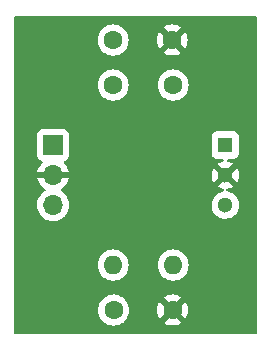
<source format=gbl>
%TF.GenerationSoftware,KiCad,Pcbnew,(6.0.6)*%
%TF.CreationDate,2022-06-23T13:21:08-07:00*%
%TF.ProjectId,A1301EUA-T_HallEffectBoard,41313330-3145-4554-912d-545f48616c6c,rev?*%
%TF.SameCoordinates,Original*%
%TF.FileFunction,Copper,L2,Bot*%
%TF.FilePolarity,Positive*%
%FSLAX46Y46*%
G04 Gerber Fmt 4.6, Leading zero omitted, Abs format (unit mm)*
G04 Created by KiCad (PCBNEW (6.0.6)) date 2022-06-23 13:21:08*
%MOMM*%
%LPD*%
G01*
G04 APERTURE LIST*
%TA.AperFunction,ComponentPad*%
%ADD10C,1.600000*%
%TD*%
%TA.AperFunction,ComponentPad*%
%ADD11O,1.600000X1.600000*%
%TD*%
%TA.AperFunction,ComponentPad*%
%ADD12R,1.700000X1.700000*%
%TD*%
%TA.AperFunction,ComponentPad*%
%ADD13O,1.700000X1.700000*%
%TD*%
%TA.AperFunction,ComponentPad*%
%ADD14R,1.300000X1.300000*%
%TD*%
%TA.AperFunction,ComponentPad*%
%ADD15C,1.300000*%
%TD*%
G04 APERTURE END LIST*
D10*
X8930000Y-25400000D03*
X13930000Y-25400000D03*
X8890000Y-6350000D03*
D11*
X8890000Y-21590000D03*
D10*
X13970000Y-6350000D03*
D11*
X13970000Y-21590000D03*
D10*
X8890000Y-2540000D03*
X13890000Y-2540000D03*
D12*
X3810000Y-11430000D03*
D13*
X3810000Y-13970000D03*
X3810000Y-16510000D03*
D14*
X18389600Y-11430000D03*
D15*
X18389600Y-13970000D03*
X18389600Y-16510000D03*
%TA.AperFunction,Conductor*%
G36*
X21023621Y-528502D02*
G01*
X21070114Y-582158D01*
X21081500Y-634500D01*
X21081500Y-27305500D01*
X21061498Y-27373621D01*
X21007842Y-27420114D01*
X20955500Y-27431500D01*
X634500Y-27431500D01*
X566379Y-27411498D01*
X519886Y-27357842D01*
X508500Y-27305500D01*
X508500Y-25400000D01*
X7616502Y-25400000D01*
X7636457Y-25628087D01*
X7637881Y-25633400D01*
X7637881Y-25633402D01*
X7675025Y-25772022D01*
X7695716Y-25849243D01*
X7698039Y-25854224D01*
X7698039Y-25854225D01*
X7790151Y-26051762D01*
X7790154Y-26051767D01*
X7792477Y-26056749D01*
X7923802Y-26244300D01*
X8085700Y-26406198D01*
X8090208Y-26409355D01*
X8090211Y-26409357D01*
X8168389Y-26464098D01*
X8273251Y-26537523D01*
X8278233Y-26539846D01*
X8278238Y-26539849D01*
X8474765Y-26631490D01*
X8480757Y-26634284D01*
X8486065Y-26635706D01*
X8486067Y-26635707D01*
X8696598Y-26692119D01*
X8696600Y-26692119D01*
X8701913Y-26693543D01*
X8930000Y-26713498D01*
X9158087Y-26693543D01*
X9163400Y-26692119D01*
X9163402Y-26692119D01*
X9373933Y-26635707D01*
X9373935Y-26635706D01*
X9379243Y-26634284D01*
X9385235Y-26631490D01*
X9581762Y-26539849D01*
X9581767Y-26539846D01*
X9586749Y-26537523D01*
X9660243Y-26486062D01*
X13208493Y-26486062D01*
X13217789Y-26498077D01*
X13268994Y-26533931D01*
X13278489Y-26539414D01*
X13475947Y-26631490D01*
X13486239Y-26635236D01*
X13696688Y-26691625D01*
X13707481Y-26693528D01*
X13924525Y-26712517D01*
X13935475Y-26712517D01*
X14152519Y-26693528D01*
X14163312Y-26691625D01*
X14373761Y-26635236D01*
X14384053Y-26631490D01*
X14581511Y-26539414D01*
X14591006Y-26533931D01*
X14643048Y-26497491D01*
X14651424Y-26487012D01*
X14644356Y-26473566D01*
X13942812Y-25772022D01*
X13928868Y-25764408D01*
X13927035Y-25764539D01*
X13920420Y-25768790D01*
X13214923Y-26474287D01*
X13208493Y-26486062D01*
X9660243Y-26486062D01*
X9691611Y-26464098D01*
X9769789Y-26409357D01*
X9769792Y-26409355D01*
X9774300Y-26406198D01*
X9936198Y-26244300D01*
X10067523Y-26056749D01*
X10069846Y-26051767D01*
X10069849Y-26051762D01*
X10161961Y-25854225D01*
X10161961Y-25854224D01*
X10164284Y-25849243D01*
X10184976Y-25772022D01*
X10222119Y-25633402D01*
X10222119Y-25633400D01*
X10223543Y-25628087D01*
X10243019Y-25405475D01*
X12617483Y-25405475D01*
X12636472Y-25622519D01*
X12638375Y-25633312D01*
X12694764Y-25843761D01*
X12698510Y-25854053D01*
X12790586Y-26051511D01*
X12796069Y-26061006D01*
X12832509Y-26113048D01*
X12842988Y-26121424D01*
X12856434Y-26114356D01*
X13557978Y-25412812D01*
X13564356Y-25401132D01*
X14294408Y-25401132D01*
X14294539Y-25402965D01*
X14298790Y-25409580D01*
X15004287Y-26115077D01*
X15016062Y-26121507D01*
X15028077Y-26112211D01*
X15063931Y-26061006D01*
X15069414Y-26051511D01*
X15161490Y-25854053D01*
X15165236Y-25843761D01*
X15221625Y-25633312D01*
X15223528Y-25622519D01*
X15242517Y-25405475D01*
X15242517Y-25394525D01*
X15223528Y-25177481D01*
X15221625Y-25166688D01*
X15165236Y-24956239D01*
X15161490Y-24945947D01*
X15069414Y-24748489D01*
X15063931Y-24738994D01*
X15027491Y-24686952D01*
X15017012Y-24678576D01*
X15003566Y-24685644D01*
X14302022Y-25387188D01*
X14294408Y-25401132D01*
X13564356Y-25401132D01*
X13565592Y-25398868D01*
X13565461Y-25397035D01*
X13561210Y-25390420D01*
X12855713Y-24684923D01*
X12843938Y-24678493D01*
X12831923Y-24687789D01*
X12796069Y-24738994D01*
X12790586Y-24748489D01*
X12698510Y-24945947D01*
X12694764Y-24956239D01*
X12638375Y-25166688D01*
X12636472Y-25177481D01*
X12617483Y-25394525D01*
X12617483Y-25405475D01*
X10243019Y-25405475D01*
X10243498Y-25400000D01*
X10223543Y-25171913D01*
X10186981Y-25035461D01*
X10165707Y-24956067D01*
X10165706Y-24956065D01*
X10164284Y-24950757D01*
X10069966Y-24748489D01*
X10069849Y-24748238D01*
X10069846Y-24748233D01*
X10067523Y-24743251D01*
X9936198Y-24555700D01*
X9774300Y-24393802D01*
X9769792Y-24390645D01*
X9769789Y-24390643D01*
X9658886Y-24312988D01*
X13208576Y-24312988D01*
X13215644Y-24326434D01*
X13917188Y-25027978D01*
X13931132Y-25035592D01*
X13932965Y-25035461D01*
X13939580Y-25031210D01*
X14645077Y-24325713D01*
X14651507Y-24313938D01*
X14642211Y-24301923D01*
X14591006Y-24266069D01*
X14581511Y-24260586D01*
X14384053Y-24168510D01*
X14373761Y-24164764D01*
X14163312Y-24108375D01*
X14152519Y-24106472D01*
X13935475Y-24087483D01*
X13924525Y-24087483D01*
X13707481Y-24106472D01*
X13696688Y-24108375D01*
X13486239Y-24164764D01*
X13475947Y-24168510D01*
X13278489Y-24260586D01*
X13268994Y-24266069D01*
X13216952Y-24302509D01*
X13208576Y-24312988D01*
X9658886Y-24312988D01*
X9643920Y-24302509D01*
X9586749Y-24262477D01*
X9581767Y-24260154D01*
X9581762Y-24260151D01*
X9384225Y-24168039D01*
X9384224Y-24168039D01*
X9379243Y-24165716D01*
X9373935Y-24164294D01*
X9373933Y-24164293D01*
X9163402Y-24107881D01*
X9163400Y-24107881D01*
X9158087Y-24106457D01*
X8930000Y-24086502D01*
X8701913Y-24106457D01*
X8696600Y-24107881D01*
X8696598Y-24107881D01*
X8486067Y-24164293D01*
X8486065Y-24164294D01*
X8480757Y-24165716D01*
X8475776Y-24168039D01*
X8475775Y-24168039D01*
X8278238Y-24260151D01*
X8278233Y-24260154D01*
X8273251Y-24262477D01*
X8216080Y-24302509D01*
X8090211Y-24390643D01*
X8090208Y-24390645D01*
X8085700Y-24393802D01*
X7923802Y-24555700D01*
X7792477Y-24743251D01*
X7790154Y-24748233D01*
X7790151Y-24748238D01*
X7790034Y-24748489D01*
X7695716Y-24950757D01*
X7694294Y-24956065D01*
X7694293Y-24956067D01*
X7673019Y-25035461D01*
X7636457Y-25171913D01*
X7616502Y-25400000D01*
X508500Y-25400000D01*
X508500Y-21590000D01*
X7576502Y-21590000D01*
X7596457Y-21818087D01*
X7655716Y-22039243D01*
X7658039Y-22044224D01*
X7658039Y-22044225D01*
X7750151Y-22241762D01*
X7750154Y-22241767D01*
X7752477Y-22246749D01*
X7883802Y-22434300D01*
X8045700Y-22596198D01*
X8050208Y-22599355D01*
X8050211Y-22599357D01*
X8128389Y-22654098D01*
X8233251Y-22727523D01*
X8238233Y-22729846D01*
X8238238Y-22729849D01*
X8435775Y-22821961D01*
X8440757Y-22824284D01*
X8446065Y-22825706D01*
X8446067Y-22825707D01*
X8656598Y-22882119D01*
X8656600Y-22882119D01*
X8661913Y-22883543D01*
X8890000Y-22903498D01*
X9118087Y-22883543D01*
X9123400Y-22882119D01*
X9123402Y-22882119D01*
X9333933Y-22825707D01*
X9333935Y-22825706D01*
X9339243Y-22824284D01*
X9344225Y-22821961D01*
X9541762Y-22729849D01*
X9541767Y-22729846D01*
X9546749Y-22727523D01*
X9651611Y-22654098D01*
X9729789Y-22599357D01*
X9729792Y-22599355D01*
X9734300Y-22596198D01*
X9896198Y-22434300D01*
X10027523Y-22246749D01*
X10029846Y-22241767D01*
X10029849Y-22241762D01*
X10121961Y-22044225D01*
X10121961Y-22044224D01*
X10124284Y-22039243D01*
X10183543Y-21818087D01*
X10203498Y-21590000D01*
X12656502Y-21590000D01*
X12676457Y-21818087D01*
X12735716Y-22039243D01*
X12738039Y-22044224D01*
X12738039Y-22044225D01*
X12830151Y-22241762D01*
X12830154Y-22241767D01*
X12832477Y-22246749D01*
X12963802Y-22434300D01*
X13125700Y-22596198D01*
X13130208Y-22599355D01*
X13130211Y-22599357D01*
X13208389Y-22654098D01*
X13313251Y-22727523D01*
X13318233Y-22729846D01*
X13318238Y-22729849D01*
X13515775Y-22821961D01*
X13520757Y-22824284D01*
X13526065Y-22825706D01*
X13526067Y-22825707D01*
X13736598Y-22882119D01*
X13736600Y-22882119D01*
X13741913Y-22883543D01*
X13970000Y-22903498D01*
X14198087Y-22883543D01*
X14203400Y-22882119D01*
X14203402Y-22882119D01*
X14413933Y-22825707D01*
X14413935Y-22825706D01*
X14419243Y-22824284D01*
X14424225Y-22821961D01*
X14621762Y-22729849D01*
X14621767Y-22729846D01*
X14626749Y-22727523D01*
X14731611Y-22654098D01*
X14809789Y-22599357D01*
X14809792Y-22599355D01*
X14814300Y-22596198D01*
X14976198Y-22434300D01*
X15107523Y-22246749D01*
X15109846Y-22241767D01*
X15109849Y-22241762D01*
X15201961Y-22044225D01*
X15201961Y-22044224D01*
X15204284Y-22039243D01*
X15263543Y-21818087D01*
X15283498Y-21590000D01*
X15263543Y-21361913D01*
X15204284Y-21140757D01*
X15201961Y-21135775D01*
X15109849Y-20938238D01*
X15109846Y-20938233D01*
X15107523Y-20933251D01*
X14976198Y-20745700D01*
X14814300Y-20583802D01*
X14809792Y-20580645D01*
X14809789Y-20580643D01*
X14731611Y-20525902D01*
X14626749Y-20452477D01*
X14621767Y-20450154D01*
X14621762Y-20450151D01*
X14424225Y-20358039D01*
X14424224Y-20358039D01*
X14419243Y-20355716D01*
X14413935Y-20354294D01*
X14413933Y-20354293D01*
X14203402Y-20297881D01*
X14203400Y-20297881D01*
X14198087Y-20296457D01*
X13970000Y-20276502D01*
X13741913Y-20296457D01*
X13736600Y-20297881D01*
X13736598Y-20297881D01*
X13526067Y-20354293D01*
X13526065Y-20354294D01*
X13520757Y-20355716D01*
X13515776Y-20358039D01*
X13515775Y-20358039D01*
X13318238Y-20450151D01*
X13318233Y-20450154D01*
X13313251Y-20452477D01*
X13208389Y-20525902D01*
X13130211Y-20580643D01*
X13130208Y-20580645D01*
X13125700Y-20583802D01*
X12963802Y-20745700D01*
X12832477Y-20933251D01*
X12830154Y-20938233D01*
X12830151Y-20938238D01*
X12738039Y-21135775D01*
X12735716Y-21140757D01*
X12676457Y-21361913D01*
X12656502Y-21590000D01*
X10203498Y-21590000D01*
X10183543Y-21361913D01*
X10124284Y-21140757D01*
X10121961Y-21135775D01*
X10029849Y-20938238D01*
X10029846Y-20938233D01*
X10027523Y-20933251D01*
X9896198Y-20745700D01*
X9734300Y-20583802D01*
X9729792Y-20580645D01*
X9729789Y-20580643D01*
X9651611Y-20525902D01*
X9546749Y-20452477D01*
X9541767Y-20450154D01*
X9541762Y-20450151D01*
X9344225Y-20358039D01*
X9344224Y-20358039D01*
X9339243Y-20355716D01*
X9333935Y-20354294D01*
X9333933Y-20354293D01*
X9123402Y-20297881D01*
X9123400Y-20297881D01*
X9118087Y-20296457D01*
X8890000Y-20276502D01*
X8661913Y-20296457D01*
X8656600Y-20297881D01*
X8656598Y-20297881D01*
X8446067Y-20354293D01*
X8446065Y-20354294D01*
X8440757Y-20355716D01*
X8435776Y-20358039D01*
X8435775Y-20358039D01*
X8238238Y-20450151D01*
X8238233Y-20450154D01*
X8233251Y-20452477D01*
X8128389Y-20525902D01*
X8050211Y-20580643D01*
X8050208Y-20580645D01*
X8045700Y-20583802D01*
X7883802Y-20745700D01*
X7752477Y-20933251D01*
X7750154Y-20938233D01*
X7750151Y-20938238D01*
X7658039Y-21135775D01*
X7655716Y-21140757D01*
X7596457Y-21361913D01*
X7576502Y-21590000D01*
X508500Y-21590000D01*
X508500Y-16476695D01*
X2447251Y-16476695D01*
X2447548Y-16481848D01*
X2447548Y-16481851D01*
X2459812Y-16694547D01*
X2460110Y-16699715D01*
X2461247Y-16704761D01*
X2461248Y-16704767D01*
X2477277Y-16775890D01*
X2509222Y-16917639D01*
X2593266Y-17124616D01*
X2709987Y-17315088D01*
X2856250Y-17483938D01*
X2965612Y-17574732D01*
X3017481Y-17617794D01*
X3028126Y-17626632D01*
X3221000Y-17739338D01*
X3429692Y-17819030D01*
X3434760Y-17820061D01*
X3434763Y-17820062D01*
X3542017Y-17841883D01*
X3648597Y-17863567D01*
X3653772Y-17863757D01*
X3653774Y-17863757D01*
X3866673Y-17871564D01*
X3866677Y-17871564D01*
X3871837Y-17871753D01*
X3876957Y-17871097D01*
X3876959Y-17871097D01*
X4088288Y-17844025D01*
X4088289Y-17844025D01*
X4093416Y-17843368D01*
X4098366Y-17841883D01*
X4302429Y-17780661D01*
X4302434Y-17780659D01*
X4307384Y-17779174D01*
X4507994Y-17680896D01*
X4689860Y-17551173D01*
X4706340Y-17534751D01*
X4824113Y-17417388D01*
X4848096Y-17393489D01*
X4907594Y-17310689D01*
X4975435Y-17216277D01*
X4978453Y-17212077D01*
X4999747Y-17168993D01*
X5075136Y-17016453D01*
X5075137Y-17016451D01*
X5077430Y-17011811D01*
X5142370Y-16798069D01*
X5171529Y-16576590D01*
X5171759Y-16567184D01*
X5173074Y-16513365D01*
X5173074Y-16513361D01*
X5173156Y-16510000D01*
X5170652Y-16479544D01*
X17226536Y-16479544D01*
X17240461Y-16692006D01*
X17241882Y-16697602D01*
X17241883Y-16697607D01*
X17266095Y-16792939D01*
X17292872Y-16898372D01*
X17295289Y-16903615D01*
X17331989Y-16983223D01*
X17382011Y-17091731D01*
X17504896Y-17265609D01*
X17657409Y-17414181D01*
X17662205Y-17417386D01*
X17662208Y-17417388D01*
X17733688Y-17465149D01*
X17834443Y-17532471D01*
X17839746Y-17534749D01*
X17839749Y-17534751D01*
X17921924Y-17570056D01*
X18030070Y-17616519D01*
X18086298Y-17629242D01*
X18232101Y-17662234D01*
X18232106Y-17662235D01*
X18237738Y-17663509D01*
X18243509Y-17663736D01*
X18243511Y-17663736D01*
X18304852Y-17666146D01*
X18450491Y-17671869D01*
X18456200Y-17671041D01*
X18456204Y-17671041D01*
X18655490Y-17642145D01*
X18655494Y-17642144D01*
X18661205Y-17641316D01*
X18862823Y-17572876D01*
X19048593Y-17468840D01*
X19212293Y-17332693D01*
X19348440Y-17168993D01*
X19452476Y-16983223D01*
X19520916Y-16781605D01*
X19532058Y-16704767D01*
X19550937Y-16574561D01*
X19550937Y-16574559D01*
X19551469Y-16570891D01*
X19553063Y-16510000D01*
X19533581Y-16297976D01*
X19475786Y-16093052D01*
X19464765Y-16070702D01*
X19384170Y-15907273D01*
X19381615Y-15902092D01*
X19358092Y-15870590D01*
X19257674Y-15736114D01*
X19254222Y-15731491D01*
X19097871Y-15586963D01*
X18917801Y-15473347D01*
X18720041Y-15394449D01*
X18714381Y-15393323D01*
X18714377Y-15393322D01*
X18560589Y-15362732D01*
X18497679Y-15329825D01*
X18462547Y-15268130D01*
X18466347Y-15197235D01*
X18507873Y-15139649D01*
X18567090Y-15114457D01*
X18655374Y-15101657D01*
X18666557Y-15098972D01*
X18857147Y-15034276D01*
X18867660Y-15029595D01*
X18994366Y-14958635D01*
X19004231Y-14948557D01*
X19001275Y-14940885D01*
X18402412Y-14342022D01*
X18388468Y-14334408D01*
X18386635Y-14334539D01*
X18380020Y-14338790D01*
X17782812Y-14935998D01*
X17776616Y-14947344D01*
X17786498Y-14959834D01*
X17829879Y-14988820D01*
X17839989Y-14994310D01*
X18024918Y-15073762D01*
X18035861Y-15077317D01*
X18216574Y-15118208D01*
X18278600Y-15152751D01*
X18312105Y-15215344D01*
X18306451Y-15286115D01*
X18263432Y-15342594D01*
X18210104Y-15365281D01*
X18094164Y-15385203D01*
X18094161Y-15385204D01*
X18088474Y-15386181D01*
X17888716Y-15459875D01*
X17705734Y-15568739D01*
X17545654Y-15709125D01*
X17413838Y-15876333D01*
X17411149Y-15881444D01*
X17411147Y-15881447D01*
X17356685Y-15984961D01*
X17314700Y-16064762D01*
X17312986Y-16070283D01*
X17312984Y-16070287D01*
X17260094Y-16240623D01*
X17251561Y-16268102D01*
X17226536Y-16479544D01*
X5170652Y-16479544D01*
X5154852Y-16287361D01*
X5100431Y-16070702D01*
X5011354Y-15865840D01*
X4971906Y-15804862D01*
X4892822Y-15682617D01*
X4892820Y-15682614D01*
X4890014Y-15678277D01*
X4739670Y-15513051D01*
X4735619Y-15509852D01*
X4735615Y-15509848D01*
X4568414Y-15377800D01*
X4568410Y-15377798D01*
X4564359Y-15374598D01*
X4522569Y-15351529D01*
X4472598Y-15301097D01*
X4457826Y-15231654D01*
X4482942Y-15165248D01*
X4510294Y-15138641D01*
X4685328Y-15013792D01*
X4693200Y-15007139D01*
X4844052Y-14856812D01*
X4850730Y-14848965D01*
X4975003Y-14676020D01*
X4980313Y-14667183D01*
X5074670Y-14476267D01*
X5078469Y-14466672D01*
X5140377Y-14262910D01*
X5142555Y-14252837D01*
X5143986Y-14241962D01*
X5141775Y-14227778D01*
X5128617Y-14224000D01*
X2493225Y-14224000D01*
X2479694Y-14227973D01*
X2478257Y-14237966D01*
X2508565Y-14372446D01*
X2511645Y-14382275D01*
X2591770Y-14579603D01*
X2596413Y-14588794D01*
X2707694Y-14770388D01*
X2713777Y-14778699D01*
X2853213Y-14939667D01*
X2860580Y-14946883D01*
X3024434Y-15082916D01*
X3032881Y-15088831D01*
X3101969Y-15129203D01*
X3150693Y-15180842D01*
X3163764Y-15250625D01*
X3137033Y-15316396D01*
X3096584Y-15349752D01*
X3083607Y-15356507D01*
X3079474Y-15359610D01*
X3079471Y-15359612D01*
X2909100Y-15487530D01*
X2904965Y-15490635D01*
X2750629Y-15652138D01*
X2624743Y-15836680D01*
X2530688Y-16039305D01*
X2470989Y-16254570D01*
X2447251Y-16476695D01*
X508500Y-16476695D01*
X508500Y-13945323D01*
X17227416Y-13945323D01*
X17240579Y-14146159D01*
X17242380Y-14157529D01*
X17291923Y-14352604D01*
X17295764Y-14363451D01*
X17380029Y-14546238D01*
X17385778Y-14556195D01*
X17399512Y-14575628D01*
X17410101Y-14584016D01*
X17423402Y-14576988D01*
X18017578Y-13982812D01*
X18023956Y-13971132D01*
X18754008Y-13971132D01*
X18754139Y-13972965D01*
X18758390Y-13979580D01*
X19356571Y-14577761D01*
X19368951Y-14584521D01*
X19375531Y-14579595D01*
X19449195Y-14448060D01*
X19453876Y-14437547D01*
X19518572Y-14246957D01*
X19521257Y-14235774D01*
X19550434Y-14034539D01*
X19551064Y-14027157D01*
X19552464Y-13973704D01*
X19552221Y-13966305D01*
X19533616Y-13763824D01*
X19531518Y-13752503D01*
X19476887Y-13558797D01*
X19472763Y-13548050D01*
X19383741Y-13367534D01*
X19380217Y-13361784D01*
X19370195Y-13354262D01*
X19357776Y-13361034D01*
X18761622Y-13957188D01*
X18754008Y-13971132D01*
X18023956Y-13971132D01*
X18025192Y-13968868D01*
X18025061Y-13967035D01*
X18020810Y-13960420D01*
X17421120Y-13360730D01*
X17408740Y-13353970D01*
X17402774Y-13358436D01*
X17317857Y-13519836D01*
X17313448Y-13530479D01*
X17253767Y-13722684D01*
X17251373Y-13733946D01*
X17227717Y-13933821D01*
X17227416Y-13945323D01*
X508500Y-13945323D01*
X508500Y-12328134D01*
X2451500Y-12328134D01*
X2458255Y-12390316D01*
X2509385Y-12526705D01*
X2596739Y-12643261D01*
X2713295Y-12730615D01*
X2721704Y-12733767D01*
X2721705Y-12733768D01*
X2830960Y-12774726D01*
X2887725Y-12817367D01*
X2912425Y-12883929D01*
X2897218Y-12953278D01*
X2877825Y-12979759D01*
X2754590Y-13108717D01*
X2748104Y-13116727D01*
X2628098Y-13292649D01*
X2623000Y-13301623D01*
X2533338Y-13494783D01*
X2529775Y-13504470D01*
X2474389Y-13704183D01*
X2475912Y-13712607D01*
X2488292Y-13716000D01*
X5128344Y-13716000D01*
X5141875Y-13712027D01*
X5143180Y-13702947D01*
X5101214Y-13535875D01*
X5097894Y-13526124D01*
X5012972Y-13330814D01*
X5008105Y-13321739D01*
X4892426Y-13142926D01*
X4886136Y-13134757D01*
X4742293Y-12976677D01*
X4711241Y-12912831D01*
X4719635Y-12842333D01*
X4764812Y-12787564D01*
X4791256Y-12773895D01*
X4898297Y-12733767D01*
X4906705Y-12730615D01*
X5023261Y-12643261D01*
X5110615Y-12526705D01*
X5161745Y-12390316D01*
X5168500Y-12328134D01*
X5168500Y-12128134D01*
X17231100Y-12128134D01*
X17237855Y-12190316D01*
X17288985Y-12326705D01*
X17376339Y-12443261D01*
X17492895Y-12530615D01*
X17629284Y-12581745D01*
X17691466Y-12588500D01*
X18113742Y-12588500D01*
X18181863Y-12608502D01*
X18228356Y-12662158D01*
X18238460Y-12732432D01*
X18208966Y-12797012D01*
X18149240Y-12835396D01*
X18135080Y-12838680D01*
X18094301Y-12845687D01*
X18083181Y-12848667D01*
X17894348Y-12918331D01*
X17883970Y-12923281D01*
X17785506Y-12981861D01*
X17775907Y-12992196D01*
X17779393Y-13000583D01*
X18376788Y-13597978D01*
X18390732Y-13605592D01*
X18392565Y-13605461D01*
X18399180Y-13601210D01*
X18996133Y-13004257D01*
X19002893Y-12991877D01*
X18996863Y-12983822D01*
X18922457Y-12936875D01*
X18912209Y-12931654D01*
X18725263Y-12857070D01*
X18714235Y-12853803D01*
X18635183Y-12838079D01*
X18572273Y-12805172D01*
X18537141Y-12743477D01*
X18540941Y-12672582D01*
X18582467Y-12614996D01*
X18648533Y-12589002D01*
X18659764Y-12588500D01*
X19087734Y-12588500D01*
X19149916Y-12581745D01*
X19286305Y-12530615D01*
X19402861Y-12443261D01*
X19490215Y-12326705D01*
X19541345Y-12190316D01*
X19548100Y-12128134D01*
X19548100Y-10731866D01*
X19541345Y-10669684D01*
X19490215Y-10533295D01*
X19402861Y-10416739D01*
X19286305Y-10329385D01*
X19149916Y-10278255D01*
X19087734Y-10271500D01*
X17691466Y-10271500D01*
X17629284Y-10278255D01*
X17492895Y-10329385D01*
X17376339Y-10416739D01*
X17288985Y-10533295D01*
X17237855Y-10669684D01*
X17231100Y-10731866D01*
X17231100Y-12128134D01*
X5168500Y-12128134D01*
X5168500Y-10531866D01*
X5161745Y-10469684D01*
X5110615Y-10333295D01*
X5023261Y-10216739D01*
X4906705Y-10129385D01*
X4770316Y-10078255D01*
X4708134Y-10071500D01*
X2911866Y-10071500D01*
X2849684Y-10078255D01*
X2713295Y-10129385D01*
X2596739Y-10216739D01*
X2509385Y-10333295D01*
X2458255Y-10469684D01*
X2451500Y-10531866D01*
X2451500Y-12328134D01*
X508500Y-12328134D01*
X508500Y-6350000D01*
X7576502Y-6350000D01*
X7596457Y-6578087D01*
X7655716Y-6799243D01*
X7658039Y-6804224D01*
X7658039Y-6804225D01*
X7750151Y-7001762D01*
X7750154Y-7001767D01*
X7752477Y-7006749D01*
X7883802Y-7194300D01*
X8045700Y-7356198D01*
X8050208Y-7359355D01*
X8050211Y-7359357D01*
X8128389Y-7414098D01*
X8233251Y-7487523D01*
X8238233Y-7489846D01*
X8238238Y-7489849D01*
X8435775Y-7581961D01*
X8440757Y-7584284D01*
X8446065Y-7585706D01*
X8446067Y-7585707D01*
X8656598Y-7642119D01*
X8656600Y-7642119D01*
X8661913Y-7643543D01*
X8890000Y-7663498D01*
X9118087Y-7643543D01*
X9123400Y-7642119D01*
X9123402Y-7642119D01*
X9333933Y-7585707D01*
X9333935Y-7585706D01*
X9339243Y-7584284D01*
X9344225Y-7581961D01*
X9541762Y-7489849D01*
X9541767Y-7489846D01*
X9546749Y-7487523D01*
X9651611Y-7414098D01*
X9729789Y-7359357D01*
X9729792Y-7359355D01*
X9734300Y-7356198D01*
X9896198Y-7194300D01*
X10027523Y-7006749D01*
X10029846Y-7001767D01*
X10029849Y-7001762D01*
X10121961Y-6804225D01*
X10121961Y-6804224D01*
X10124284Y-6799243D01*
X10183543Y-6578087D01*
X10203498Y-6350000D01*
X12656502Y-6350000D01*
X12676457Y-6578087D01*
X12735716Y-6799243D01*
X12738039Y-6804224D01*
X12738039Y-6804225D01*
X12830151Y-7001762D01*
X12830154Y-7001767D01*
X12832477Y-7006749D01*
X12963802Y-7194300D01*
X13125700Y-7356198D01*
X13130208Y-7359355D01*
X13130211Y-7359357D01*
X13208389Y-7414098D01*
X13313251Y-7487523D01*
X13318233Y-7489846D01*
X13318238Y-7489849D01*
X13515775Y-7581961D01*
X13520757Y-7584284D01*
X13526065Y-7585706D01*
X13526067Y-7585707D01*
X13736598Y-7642119D01*
X13736600Y-7642119D01*
X13741913Y-7643543D01*
X13970000Y-7663498D01*
X14198087Y-7643543D01*
X14203400Y-7642119D01*
X14203402Y-7642119D01*
X14413933Y-7585707D01*
X14413935Y-7585706D01*
X14419243Y-7584284D01*
X14424225Y-7581961D01*
X14621762Y-7489849D01*
X14621767Y-7489846D01*
X14626749Y-7487523D01*
X14731611Y-7414098D01*
X14809789Y-7359357D01*
X14809792Y-7359355D01*
X14814300Y-7356198D01*
X14976198Y-7194300D01*
X15107523Y-7006749D01*
X15109846Y-7001767D01*
X15109849Y-7001762D01*
X15201961Y-6804225D01*
X15201961Y-6804224D01*
X15204284Y-6799243D01*
X15263543Y-6578087D01*
X15283498Y-6350000D01*
X15263543Y-6121913D01*
X15204284Y-5900757D01*
X15201961Y-5895775D01*
X15109849Y-5698238D01*
X15109846Y-5698233D01*
X15107523Y-5693251D01*
X14976198Y-5505700D01*
X14814300Y-5343802D01*
X14809792Y-5340645D01*
X14809789Y-5340643D01*
X14731611Y-5285902D01*
X14626749Y-5212477D01*
X14621767Y-5210154D01*
X14621762Y-5210151D01*
X14424225Y-5118039D01*
X14424224Y-5118039D01*
X14419243Y-5115716D01*
X14413935Y-5114294D01*
X14413933Y-5114293D01*
X14203402Y-5057881D01*
X14203400Y-5057881D01*
X14198087Y-5056457D01*
X13970000Y-5036502D01*
X13741913Y-5056457D01*
X13736600Y-5057881D01*
X13736598Y-5057881D01*
X13526067Y-5114293D01*
X13526065Y-5114294D01*
X13520757Y-5115716D01*
X13515776Y-5118039D01*
X13515775Y-5118039D01*
X13318238Y-5210151D01*
X13318233Y-5210154D01*
X13313251Y-5212477D01*
X13208389Y-5285902D01*
X13130211Y-5340643D01*
X13130208Y-5340645D01*
X13125700Y-5343802D01*
X12963802Y-5505700D01*
X12832477Y-5693251D01*
X12830154Y-5698233D01*
X12830151Y-5698238D01*
X12738039Y-5895775D01*
X12735716Y-5900757D01*
X12676457Y-6121913D01*
X12656502Y-6350000D01*
X10203498Y-6350000D01*
X10183543Y-6121913D01*
X10124284Y-5900757D01*
X10121961Y-5895775D01*
X10029849Y-5698238D01*
X10029846Y-5698233D01*
X10027523Y-5693251D01*
X9896198Y-5505700D01*
X9734300Y-5343802D01*
X9729792Y-5340645D01*
X9729789Y-5340643D01*
X9651611Y-5285902D01*
X9546749Y-5212477D01*
X9541767Y-5210154D01*
X9541762Y-5210151D01*
X9344225Y-5118039D01*
X9344224Y-5118039D01*
X9339243Y-5115716D01*
X9333935Y-5114294D01*
X9333933Y-5114293D01*
X9123402Y-5057881D01*
X9123400Y-5057881D01*
X9118087Y-5056457D01*
X8890000Y-5036502D01*
X8661913Y-5056457D01*
X8656600Y-5057881D01*
X8656598Y-5057881D01*
X8446067Y-5114293D01*
X8446065Y-5114294D01*
X8440757Y-5115716D01*
X8435776Y-5118039D01*
X8435775Y-5118039D01*
X8238238Y-5210151D01*
X8238233Y-5210154D01*
X8233251Y-5212477D01*
X8128389Y-5285902D01*
X8050211Y-5340643D01*
X8050208Y-5340645D01*
X8045700Y-5343802D01*
X7883802Y-5505700D01*
X7752477Y-5693251D01*
X7750154Y-5698233D01*
X7750151Y-5698238D01*
X7658039Y-5895775D01*
X7655716Y-5900757D01*
X7596457Y-6121913D01*
X7576502Y-6350000D01*
X508500Y-6350000D01*
X508500Y-2540000D01*
X7576502Y-2540000D01*
X7596457Y-2768087D01*
X7597881Y-2773400D01*
X7597881Y-2773402D01*
X7635025Y-2912022D01*
X7655716Y-2989243D01*
X7658039Y-2994224D01*
X7658039Y-2994225D01*
X7750151Y-3191762D01*
X7750154Y-3191767D01*
X7752477Y-3196749D01*
X7883802Y-3384300D01*
X8045700Y-3546198D01*
X8050208Y-3549355D01*
X8050211Y-3549357D01*
X8128389Y-3604098D01*
X8233251Y-3677523D01*
X8238233Y-3679846D01*
X8238238Y-3679849D01*
X8434765Y-3771490D01*
X8440757Y-3774284D01*
X8446065Y-3775706D01*
X8446067Y-3775707D01*
X8656598Y-3832119D01*
X8656600Y-3832119D01*
X8661913Y-3833543D01*
X8890000Y-3853498D01*
X9118087Y-3833543D01*
X9123400Y-3832119D01*
X9123402Y-3832119D01*
X9333933Y-3775707D01*
X9333935Y-3775706D01*
X9339243Y-3774284D01*
X9345235Y-3771490D01*
X9541762Y-3679849D01*
X9541767Y-3679846D01*
X9546749Y-3677523D01*
X9620243Y-3626062D01*
X13168493Y-3626062D01*
X13177789Y-3638077D01*
X13228994Y-3673931D01*
X13238489Y-3679414D01*
X13435947Y-3771490D01*
X13446239Y-3775236D01*
X13656688Y-3831625D01*
X13667481Y-3833528D01*
X13884525Y-3852517D01*
X13895475Y-3852517D01*
X14112519Y-3833528D01*
X14123312Y-3831625D01*
X14333761Y-3775236D01*
X14344053Y-3771490D01*
X14541511Y-3679414D01*
X14551006Y-3673931D01*
X14603048Y-3637491D01*
X14611424Y-3627012D01*
X14604356Y-3613566D01*
X13902812Y-2912022D01*
X13888868Y-2904408D01*
X13887035Y-2904539D01*
X13880420Y-2908790D01*
X13174923Y-3614287D01*
X13168493Y-3626062D01*
X9620243Y-3626062D01*
X9651611Y-3604098D01*
X9729789Y-3549357D01*
X9729792Y-3549355D01*
X9734300Y-3546198D01*
X9896198Y-3384300D01*
X10027523Y-3196749D01*
X10029846Y-3191767D01*
X10029849Y-3191762D01*
X10121961Y-2994225D01*
X10121961Y-2994224D01*
X10124284Y-2989243D01*
X10144976Y-2912022D01*
X10182119Y-2773402D01*
X10182119Y-2773400D01*
X10183543Y-2768087D01*
X10203019Y-2545475D01*
X12577483Y-2545475D01*
X12596472Y-2762519D01*
X12598375Y-2773312D01*
X12654764Y-2983761D01*
X12658510Y-2994053D01*
X12750586Y-3191511D01*
X12756069Y-3201006D01*
X12792509Y-3253048D01*
X12802988Y-3261424D01*
X12816434Y-3254356D01*
X13517978Y-2552812D01*
X13524356Y-2541132D01*
X14254408Y-2541132D01*
X14254539Y-2542965D01*
X14258790Y-2549580D01*
X14964287Y-3255077D01*
X14976062Y-3261507D01*
X14988077Y-3252211D01*
X15023931Y-3201006D01*
X15029414Y-3191511D01*
X15121490Y-2994053D01*
X15125236Y-2983761D01*
X15181625Y-2773312D01*
X15183528Y-2762519D01*
X15202517Y-2545475D01*
X15202517Y-2534525D01*
X15183528Y-2317481D01*
X15181625Y-2306688D01*
X15125236Y-2096239D01*
X15121490Y-2085947D01*
X15029414Y-1888489D01*
X15023931Y-1878994D01*
X14987491Y-1826952D01*
X14977012Y-1818576D01*
X14963566Y-1825644D01*
X14262022Y-2527188D01*
X14254408Y-2541132D01*
X13524356Y-2541132D01*
X13525592Y-2538868D01*
X13525461Y-2537035D01*
X13521210Y-2530420D01*
X12815713Y-1824923D01*
X12803938Y-1818493D01*
X12791923Y-1827789D01*
X12756069Y-1878994D01*
X12750586Y-1888489D01*
X12658510Y-2085947D01*
X12654764Y-2096239D01*
X12598375Y-2306688D01*
X12596472Y-2317481D01*
X12577483Y-2534525D01*
X12577483Y-2545475D01*
X10203019Y-2545475D01*
X10203498Y-2540000D01*
X10183543Y-2311913D01*
X10146981Y-2175461D01*
X10125707Y-2096067D01*
X10125706Y-2096065D01*
X10124284Y-2090757D01*
X10029966Y-1888489D01*
X10029849Y-1888238D01*
X10029846Y-1888233D01*
X10027523Y-1883251D01*
X9896198Y-1695700D01*
X9734300Y-1533802D01*
X9729792Y-1530645D01*
X9729789Y-1530643D01*
X9618886Y-1452988D01*
X13168576Y-1452988D01*
X13175644Y-1466434D01*
X13877188Y-2167978D01*
X13891132Y-2175592D01*
X13892965Y-2175461D01*
X13899580Y-2171210D01*
X14605077Y-1465713D01*
X14611507Y-1453938D01*
X14602211Y-1441923D01*
X14551006Y-1406069D01*
X14541511Y-1400586D01*
X14344053Y-1308510D01*
X14333761Y-1304764D01*
X14123312Y-1248375D01*
X14112519Y-1246472D01*
X13895475Y-1227483D01*
X13884525Y-1227483D01*
X13667481Y-1246472D01*
X13656688Y-1248375D01*
X13446239Y-1304764D01*
X13435947Y-1308510D01*
X13238489Y-1400586D01*
X13228994Y-1406069D01*
X13176952Y-1442509D01*
X13168576Y-1452988D01*
X9618886Y-1452988D01*
X9603920Y-1442509D01*
X9546749Y-1402477D01*
X9541767Y-1400154D01*
X9541762Y-1400151D01*
X9344225Y-1308039D01*
X9344224Y-1308039D01*
X9339243Y-1305716D01*
X9333935Y-1304294D01*
X9333933Y-1304293D01*
X9123402Y-1247881D01*
X9123400Y-1247881D01*
X9118087Y-1246457D01*
X8890000Y-1226502D01*
X8661913Y-1246457D01*
X8656600Y-1247881D01*
X8656598Y-1247881D01*
X8446067Y-1304293D01*
X8446065Y-1304294D01*
X8440757Y-1305716D01*
X8435776Y-1308039D01*
X8435775Y-1308039D01*
X8238238Y-1400151D01*
X8238233Y-1400154D01*
X8233251Y-1402477D01*
X8176080Y-1442509D01*
X8050211Y-1530643D01*
X8050208Y-1530645D01*
X8045700Y-1533802D01*
X7883802Y-1695700D01*
X7752477Y-1883251D01*
X7750154Y-1888233D01*
X7750151Y-1888238D01*
X7750034Y-1888489D01*
X7655716Y-2090757D01*
X7654294Y-2096065D01*
X7654293Y-2096067D01*
X7633019Y-2175461D01*
X7596457Y-2311913D01*
X7576502Y-2540000D01*
X508500Y-2540000D01*
X508500Y-634500D01*
X528502Y-566379D01*
X582158Y-519886D01*
X634500Y-508500D01*
X20955500Y-508500D01*
X21023621Y-528502D01*
G37*
%TD.AperFunction*%
M02*

</source>
